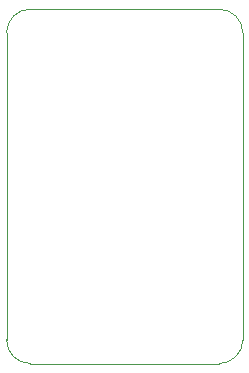
<source format=gbr>
G04 #@! TF.GenerationSoftware,KiCad,Pcbnew,6.0.10+dfsg-1~bpo11+1*
G04 #@! TF.ProjectId,project,70726f6a-6563-4742-9e6b-696361645f70,rev?*
G04 #@! TF.SameCoordinates,Original*
G04 #@! TF.FileFunction,Profile,NP*
%FSLAX46Y46*%
G04 Gerber Fmt 4.6, Leading zero omitted, Abs format (unit mm)*
%MOMM*%
%LPD*%
G01*
G04 APERTURE LIST*
G04 #@! TA.AperFunction,Profile*
%ADD10C,0.100000*%
G04 #@! TD*
G04 APERTURE END LIST*
D10*
X164500000Y-130000000D02*
X180500000Y-130000000D01*
X182500000Y-128000000D02*
X182500000Y-102000000D01*
X162500000Y-102000000D02*
X162500000Y-128000000D01*
X164500000Y-100000000D02*
G75*
G03*
X162500000Y-102000000I0J-2000000D01*
G01*
X162500000Y-128000000D02*
G75*
G03*
X164500000Y-130000000I2000000J0D01*
G01*
X182500000Y-102000000D02*
G75*
G03*
X180500000Y-100000000I-2000000J0D01*
G01*
X180500000Y-100000000D02*
X164500000Y-100000000D01*
X180500000Y-130000000D02*
G75*
G03*
X182500000Y-128000000I0J2000000D01*
G01*
M02*

</source>
